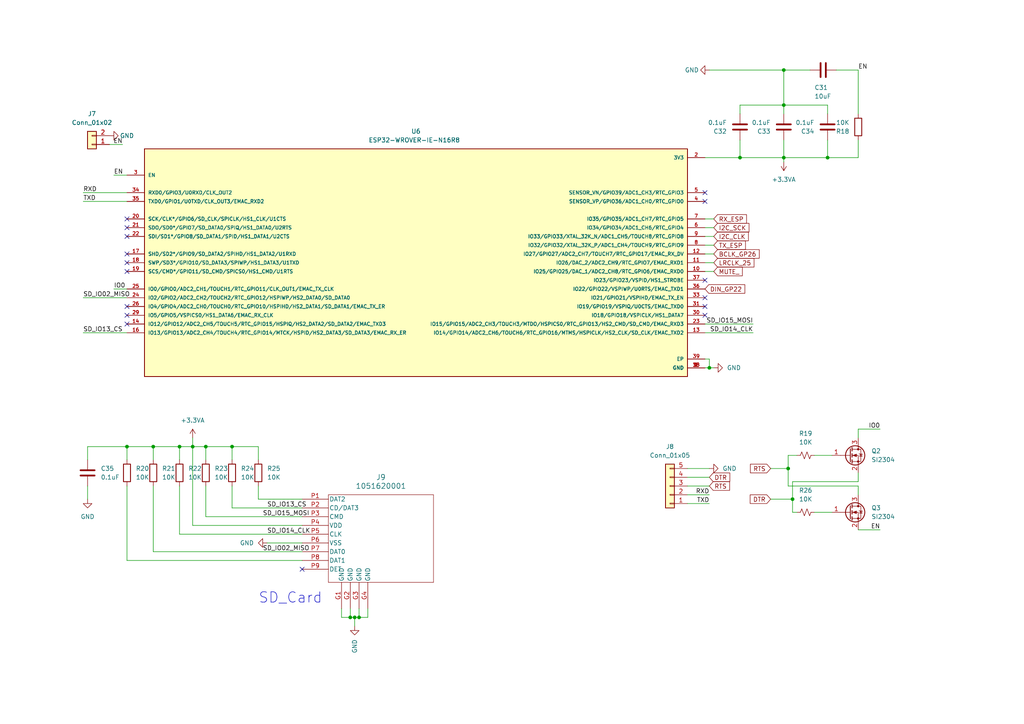
<source format=kicad_sch>
(kicad_sch (version 20230121) (generator eeschema)
  (paper "A4")
  (lib_symbols
    (symbol "Connector_Generic:Conn_01x02" (pin_names (offset 1.016) hide)
      (property "Reference" "J" (at 0 2.54 0))
      (property "Value" "Conn_01x02" (at 0 -5.08 0))
      (symbol "Conn_01x02_1_1"
        (rectangle (start -1.27 -2.413) (end 0 -2.667) (stroke (width 0.1524)))
        (rectangle (start -1.27 0.127) (end 0 -0.127) (stroke (width 0.1524)))
        (rectangle (start -1.27 1.27) (end 1.27 -3.81) (stroke (width 0.254)) (fill (type background)))
        (pin passive line (at -5.08 0 0) (length 3.81) (name "Pin_1") (number "1"))
        (pin passive line (at -5.08 -2.54 0) (length 3.81) (name "Pin_2") (number "2"))
      )
    )
    (symbol "Connector_Generic:Conn_01x05" (pin_names (offset 1.016) hide)
      (property "Reference" "J" (at 0 7.62 0))
      (property "Value" "Conn_01x05" (at 0 -7.62 0))
      (symbol "Conn_01x05_1_1"
        (rectangle (start -1.27 -4.953) (end 0 -5.207) (stroke (width 0.1524)))
        (rectangle (start -1.27 -2.413) (end 0 -2.667) (stroke (width 0.1524)))
        (rectangle (start -1.27 0.127) (end 0 -0.127) (stroke (width 0.1524)))
        (rectangle (start -1.27 2.667) (end 0 2.413) (stroke (width 0.1524)))
        (rectangle (start -1.27 5.207) (end 0 4.953) (stroke (width 0.1524)))
        (rectangle (start -1.27 6.35) (end 1.27 -6.35) (stroke (width 0.254)) (fill (type background)))
        (pin passive line (at -5.08 5.08 0) (length 3.81) (name "Pin_1") (number "1"))
        (pin passive line (at -5.08 2.54 0) (length 3.81) (name "Pin_2") (number "2"))
        (pin passive line (at -5.08 0 0) (length 3.81) (name "Pin_3") (number "3"))
        (pin passive line (at -5.08 -2.54 0) (length 3.81) (name "Pin_4") (number "4"))
        (pin passive line (at -5.08 -5.08 0) (length 3.81) (name "Pin_5") (number "5"))
      )
    )
    (symbol "Device:C" (pin_numbers hide) (pin_names (offset 0.254))
      (property "Reference" "C" (at 0.635 2.54 0))
      (property "Value" "C" (at 0.635 -2.54 0))
      (symbol "C_0_1"
        (polyline (pts (xy -2.032 -0.762) (xy 2.032 -0.762)) (stroke (width 0.508)))
        (polyline (pts (xy -2.032 0.762) (xy 2.032 0.762)) (stroke (width 0.508)))
      )
      (symbol "C_1_1"
        (pin passive line (at 0 3.81 270) (length 2.794) (name "~") (number "1"))
        (pin passive line (at 0 -3.81 90) (length 2.794) (name "~") (number "2"))
      )
    )
    (symbol "Device:Q_NMOS_GSD" (pin_names (offset 0) hide)
      (property "Reference" "Q" (at 5.08 1.27 0))
      (property "Value" "Q_NMOS_GSD" (at 5.08 -1.27 0))
      (symbol "Q_NMOS_GSD_0_1"
        (polyline (pts (xy 0.254 0) (xy -2.54 0)))
        (polyline (pts (xy 0.254 1.905) (xy 0.254 -1.905)) (stroke (width 0.254)))
        (polyline (pts (xy 0.762 -1.27) (xy 0.762 -2.286)) (stroke (width 0.254)))
        (polyline (pts (xy 0.762 0.508) (xy 0.762 -0.508)) (stroke (width 0.254)))
        (polyline (pts (xy 0.762 2.286) (xy 0.762 1.27)) (stroke (width 0.254)))
        (polyline (pts (xy 2.54 2.54) (xy 2.54 1.778)))
        (polyline (pts (xy 2.54 -2.54) (xy 2.54 0) (xy 0.762 0)))
        (polyline (pts (xy 0.762 -1.778) (xy 3.302 -1.778) (xy 3.302 1.778) (xy 0.762 1.778)))
        (polyline (pts (xy 1.016 0) (xy 2.032 0.381) (xy 2.032 -0.381) (xy 1.016 0)) (fill (type outline)))
        (polyline (pts (xy 2.794 0.508) (xy 2.921 0.381) (xy 3.683 0.381) (xy 3.81 0.254)))
        (polyline (pts (xy 3.302 0.381) (xy 2.921 -0.254) (xy 3.683 -0.254) (xy 3.302 0.381)))
        (circle (center 1.651 0) (radius 2.794) (stroke (width 0.254)))
        (circle (center 2.54 -1.778) (radius 0.254) (fill (type outline)))
        (circle (center 2.54 1.778) (radius 0.254) (fill (type outline)))
      )
      (symbol "Q_NMOS_GSD_1_1"
        (pin input line (at -5.08 0 0) (length 2.54) (name "G") (number "1"))
        (pin passive line (at 2.54 -5.08 90) (length 2.54) (name "S") (number "2"))
        (pin passive line (at 2.54 5.08 270) (length 2.54) (name "D") (number "3"))
      )
    )
    (symbol "Device:R" (pin_numbers hide) (pin_names (offset 0))
      (property "Reference" "R" (at 2.032 0 90))
      (property "Value" "R" (at 0 0 90))
      (symbol "R_0_1"
        (rectangle (start -1.016 -2.54) (end 1.016 2.54) (stroke (width 0.254)))
      )
      (symbol "R_1_1"
        (pin passive line (at 0 3.81 270) (length 1.27) (name "~") (number "1"))
        (pin passive line (at 0 -3.81 90) (length 1.27) (name "~") (number "2"))
      )
    )
    (symbol "Device:R_Small_US" (pin_numbers hide) (pin_names (offset 0.254) hide)
      (property "Reference" "R" (at 0.762 0.508 0))
      (property "Value" "R_Small_US" (at 0.762 -1.016 0))
      (symbol "R_Small_US_1_1"
        (polyline (pts (xy 0 0) (xy 1.016 -0.381) (xy 0 -0.762) (xy -1.016 -1.143) (xy 0 -1.524)))
        (polyline (pts (xy 0 1.524) (xy 1.016 1.143) (xy 0 0.762) (xy -1.016 0.381) (xy 0 0)))
        (pin passive line (at 0 2.54 270) (length 1.016) (name "~") (number "1"))
        (pin passive line (at 0 -2.54 90) (length 1.016) (name "~") (number "2"))
      )
    )
    (symbol "Dotworld:1051620001" (pin_names (offset 0.254))
      (property "Reference" "J7" (at 22.86 10.16 0))
      (property "Value" "1051620001" (at 22.86 7.62 0))
      (symbol "1051620001_0_1"
        (polyline (pts (xy 7.62 -20.32) (xy 38.1 -20.32)) (stroke (width 0.127)))
        (polyline (pts (xy 7.62 5.08) (xy 7.62 -20.32)) (stroke (width 0.127)))
        (polyline (pts (xy 38.1 -20.32) (xy 38.1 5.08)) (stroke (width 0.127)))
        (polyline (pts (xy 38.1 5.08) (xy 7.62 5.08)) (stroke (width 0.127)))
        (pin power_out line (at 11.43 -27.94 90) (length 7.62) (name "GND") (number "G1"))
        (pin power_out line (at 13.97 -27.94 90) (length 7.62) (name "GND") (number "G2"))
        (pin power_out line (at 16.51 -27.94 90) (length 7.62) (name "GND") (number "G3"))
        (pin power_out line (at 19.05 -27.94 90) (length 7.62) (name "GND") (number "G4"))
        (pin bidirectional line (at 0 3.81 0) (length 7.62) (name "DAT2") (number "P1"))
        (pin unspecified line (at 0 1.27 0) (length 7.62) (name "CD/DAT3") (number "P2"))
        (pin unspecified line (at 0 -1.27 0) (length 7.62) (name "CMD") (number "P3"))
        (pin power_in line (at 0 -3.81 0) (length 7.62) (name "VDD") (number "P4"))
        (pin unspecified line (at 0 -6.35 0) (length 7.62) (name "CLK") (number "P5"))
        (pin power_out line (at 0 -8.89 0) (length 7.62) (name "VSS") (number "P6"))
        (pin bidirectional line (at 0 -11.43 0) (length 7.62) (name "DAT0") (number "P7"))
        (pin bidirectional line (at 0 -13.97 0) (length 7.62) (name "DAT1") (number "P8"))
        (pin unspecified line (at 0 -16.51 0) (length 7.62) (name "DET") (number "P9"))
      )
    )
    (symbol "Dotworld:ESP32-WROVER" (pin_names (offset 1.016))
      (property "Reference" "U9" (at 0 38.1 0))
      (property "Value" "ESP32-WROVER" (at 0 35.56 0))
      (symbol "ESP32-WROVER_0_0"
        (rectangle (start -101.6 33.02) (end 55.88 -33.02) (stroke (width 0.254)) (fill (type background)))
        (pin power_in line (at 60.96 -30.48 180) (length 5.08) (name "GND") (number "1"))
        (pin bidirectional line (at 60.96 -2.54 180) (length 5.08) (name "IO25/GPIO25/DAC_1/ADC2_CH8/RTC_GPIO6/EMAC_RXD0") (number "10"))
        (pin bidirectional line (at 60.96 0 180) (length 5.08) (name "IO26/DAC_2/ADC2_CH9/RTC_GPIO7/EMAC_RXD1") (number "11"))
        (pin bidirectional line (at 60.96 2.54 180) (length 5.08) (name "IO27/GPIO27/ADC2_CH7/TOUCH7/RTC_GPIO17/EMAC_RX_DV") (number "12"))
        (pin bidirectional line (at 60.96 -20.32 180) (length 5.08) (name "IO14/GPIO14/ADC2_CH6/TOUCH6/RTC_GPIO16/MTMS/HSPICLK/HS2_CLK/SD_CLK/EMAC_TXD2") (number "13"))
        (pin bidirectional line (at -106.68 -17.78 0) (length 5.08) (name "IO12/GPIO12/ADC2_CH5/TOUCH5/RTC_GPIO15/HSPIQ/HS2_DATA2/SD_DATA2/EMAC_TXD3") (number "14"))
        (pin power_in line (at 60.96 -30.48 180) (length 5.08) (name "GND") (number "15"))
        (pin bidirectional line (at -106.68 -20.32 0) (length 5.08) (name "IO13/GPIO13/ADC2_CH4/TOUCH4/RTC_GPIO14/MTCK/HSPID/HS2_DATA3/SD_DATA3/EMAC_RX_ER") (number "16"))
        (pin bidirectional line (at -106.68 2.54 0) (length 5.08) (name "SHD/SD2*/GPIO9/SD_DATA2/SPIHD/HS1_DATA2/U1RXD") (number "17"))
        (pin bidirectional line (at -106.68 0 0) (length 5.08) (name "SWP/SD3*/GPIO10/SD_DATA3/SPIWP/HS1_DATA3/U1TXD") (number "18"))
        (pin bidirectional line (at -106.68 -2.54 0) (length 5.08) (name "SCS/CMD*/GPIO11/SD_CMD/SPICS0/HS1_CMD/U1RTS") (number "19"))
        (pin power_in line (at 60.96 30.48 180) (length 5.08) (name "3V3") (number "2"))
        (pin bidirectional line (at -106.68 12.7 0) (length 5.08) (name "SCK/CLK*/GPIO6/SD_CLK/SPICLK/HS1_CLK/U1CTS") (number "20"))
        (pin bidirectional line (at -106.68 10.16 0) (length 5.08) (name "SDO/SD0*/GPIO7/SD_DATA0/SPIQ/HS1_DATA0/U2RTS") (number "21"))
        (pin bidirectional line (at -106.68 7.62 0) (length 5.08) (name "SDI/SD1*/GPIO8/SD_DATA1/SPID/HS1_DATA1/U2CTS") (number "22"))
        (pin bidirectional line (at 60.96 -17.78 180) (length 5.08) (name "IO15/GPIO15/ADC2_CH3/TOUCH3/MTDO/HSPICS0/RTC_GPIO13/HS2_CMD/SD_CMD/EMAC_RXD3") (number "23"))
        (pin bidirectional line (at -106.68 -10.16 0) (length 5.08) (name "IO2/GPIO2/ADC2_CH2/TOUCH2/RTC_GPIO12/HSPIWP/HS2_DATA0/SD_DATA0") (number "24"))
        (pin bidirectional line (at -106.68 -7.62 0) (length 5.08) (name "IO0/GPIO0/ADC2_CH1/TOUCH1/RTC_GPIO11/CLK_OUT1/EMAC_TX_CLK") (number "25"))
        (pin bidirectional line (at -106.68 -12.7 0) (length 5.08) (name "IO4/GPIO4/ADC2_CH0/TOUCH0/RTC_GPIO10/HSPIHD/HS2_DATA1/SD_DATA1/EMAC_TX_ER") (number "26"))
        (pin bidirectional line (at -106.68 -15.24 0) (length 5.08) (name "IO5/GPIO5/VSPICS0/HS1_DATA6/EMAC_RX_CLK") (number "29"))
        (pin input line (at -106.68 25.4 0) (length 5.08) (name "EN") (number "3"))
        (pin bidirectional line (at 60.96 -15.24 180) (length 5.08) (name "IO18/GPIO18/VSPICLK/HS1_DATA7") (number "30"))
        (pin bidirectional line (at 60.96 -12.7 180) (length 5.08) (name "IO19/GPIO19/VSPIQ/U0CTS/EMAC_TXD0") (number "31"))
        (pin bidirectional line (at 60.96 -10.16 180) (length 5.08) (name "IO21/GPIO21/VSPIHD/EMAC_TX_EN") (number "33"))
        (pin bidirectional line (at -106.68 20.32 0) (length 5.08) (name "RXD0/GPIO3/U0RXD/CLK_OUT2") (number "34"))
        (pin bidirectional line (at -106.68 17.78 0) (length 5.08) (name "TXD0/GPIO1/U0TXD/CLK_OUT3/EMAC_RXD2") (number "35"))
        (pin bidirectional line (at 60.96 -7.62 180) (length 5.08) (name "IO22/GPIO22/VSPIWP/U0RTS/EMAC_TXD1") (number "36"))
        (pin bidirectional line (at 60.96 -5.08 180) (length 5.08) (name "IO23/GPIO23/VSPID/HS1_STROBE") (number "37"))
        (pin power_in line (at 60.96 -30.48 180) (length 5.08) (name "GND") (number "38"))
        (pin power_in line (at 60.96 -27.94 180) (length 5.08) (name "EP") (number "39"))
        (pin bidirectional line (at 60.96 17.78 180) (length 5.08) (name "SENSOR_VP/GPIO36/ADC1_CH0/RTC_GPIO0") (number "4"))
        (pin bidirectional line (at 60.96 20.32 180) (length 5.08) (name "SENSOR_VN/GPIO39/ADC1_CH3/RTC_GPIO3") (number "5"))
        (pin bidirectional line (at 60.96 10.16 180) (length 5.08) (name "IO34/GPIO34/ADC1_CH6/RTC_GPIO4") (number "6"))
        (pin bidirectional line (at 60.96 12.7 180) (length 5.08) (name "IO35/GPIO35/ADC1_CH7/RTC_GPIO5") (number "7"))
        (pin bidirectional line (at 60.96 5.08 180) (length 5.08) (name "IO32/GPIO32/XTAL_32K_P/ADC1_CH4/TOUCH9/RTC_GPIO9") (number "8"))
        (pin bidirectional line (at 60.96 7.62 180) (length 5.08) (name "IO33/GPIO33/XTAL_32K_N/ADC1_CH5/TOUCH8/RTC_GPIO8") (number "9"))
      )
    )
    (symbol "power:+3.3VA" (power) (pin_names (offset 0))
      (property "Value" "+3.3VA" (at 0 3.556 0))
      (symbol "+3.3VA_0_1"
        (polyline (pts (xy -0.762 1.27) (xy 0 2.54)))
        (polyline (pts (xy 0 0) (xy 0 2.54)))
        (polyline (pts (xy 0 2.54) (xy 0.762 1.27)))
      )
      (symbol "+3.3VA_1_1"
        (pin power_in line (at 0 0 90) (length 0) hide (name "+3.3VA") (number "1"))
      )
    )
    (symbol "power:GND" (power) (pin_names (offset 0))
      (property "Value" "GND" (at 0 -3.81 0))
      (symbol "GND_0_1"
        (polyline (pts (xy 0 0) (xy 0 -1.27) (xy 1.27 -1.27) (xy 0 -2.54) (xy -1.27 -1.27) (xy 0 -1.27)))
      )
      (symbol "GND_1_1"
        (pin power_in line (at 0 0 270) (length 0) hide (name "GND") (number "1"))
      )
    )
  )
  (junction (at 227.33 45.72))
  (junction (at 67.31 129.54))
  (junction (at 240.03 45.72))
  (junction (at 228.6 135.89))
  (junction (at 229.87 144.78))
  (junction (at 102.87 179.07))
  (junction (at 101.6 179.07))
  (junction (at 52.07 129.54))
  (junction (at 227.33 30.48))
  (junction (at 227.33 20.32))
  (junction (at 44.45 129.54))
  (junction (at 36.83 129.54))
  (junction (at 55.88 129.54))
  (junction (at 59.69 129.54))
  (junction (at 205.74 106.68))
  (junction (at 214.63 45.72))
  (junction (at 104.14 179.07))
  (no_connect (at 204.47 86.36))
  (no_connect (at 204.47 88.9))
  (no_connect (at 36.83 68.58))
  (no_connect (at 204.47 58.42))
  (no_connect (at 36.83 76.2))
  (no_connect (at 36.83 91.44))
  (no_connect (at 36.83 88.9))
  (no_connect (at 36.83 66.04))
  (no_connect (at 87.63 165.1))
  (no_connect (at 204.47 81.28))
  (no_connect (at 36.83 73.66))
  (no_connect (at 36.83 93.98))
  (no_connect (at 36.83 63.5))
  (no_connect (at 36.83 78.74))
  (no_connect (at 204.47 55.88))
  (no_connect (at 204.47 91.44))
  (wire (pts (xy 228.6 132.08) (xy 231.14 132.08)))
  (wire (pts (xy 55.88 127) (xy 55.88 129.54)))
  (wire (pts (xy 240.03 30.48) (xy 227.33 30.48)))
  (wire (pts (xy 207.01 76.2) (xy 204.47 76.2)))
  (wire (pts (xy 25.4 129.54) (xy 36.83 129.54)))
  (wire (pts (xy 67.31 140.97) (xy 67.31 147.32)))
  (wire (pts (xy 204.47 66.04) (xy 207.01 66.04)))
  (wire (pts (xy 248.92 140.97) (xy 228.6 140.97)))
  (wire (pts (xy 214.63 33.02) (xy 214.63 30.48)))
  (wire (pts (xy 214.63 45.72) (xy 204.47 45.72)))
  (wire (pts (xy 99.06 176.53) (xy 99.06 179.07)))
  (wire (pts (xy 59.69 149.86) (xy 87.63 149.86)))
  (wire (pts (xy 44.45 129.54) (xy 52.07 129.54)))
  (wire (pts (xy 205.74 104.14) (xy 205.74 106.68)))
  (wire (pts (xy 77.47 157.48) (xy 87.63 157.48)))
  (wire (pts (xy 55.88 152.4) (xy 55.88 129.54)))
  (wire (pts (xy 52.07 129.54) (xy 52.07 133.35)))
  (wire (pts (xy 248.92 124.46) (xy 255.27 124.46)))
  (wire (pts (xy 227.33 33.02) (xy 227.33 30.48)))
  (wire (pts (xy 204.47 104.14) (xy 205.74 104.14)))
  (wire (pts (xy 199.39 140.97) (xy 205.74 140.97)))
  (wire (pts (xy 204.47 106.68) (xy 205.74 106.68)))
  (wire (pts (xy 205.74 106.68) (xy 207.01 106.68)))
  (wire (pts (xy 204.47 68.58) (xy 207.01 68.58)))
  (wire (pts (xy 87.63 152.4) (xy 55.88 152.4)))
  (wire (pts (xy 229.87 144.78) (xy 229.87 148.59)))
  (wire (pts (xy 227.33 45.72) (xy 214.63 45.72)))
  (wire (pts (xy 248.92 45.72) (xy 240.03 45.72)))
  (wire (pts (xy 207.01 78.74) (xy 204.47 78.74)))
  (wire (pts (xy 214.63 45.72) (xy 214.63 40.64)))
  (wire (pts (xy 24.13 86.36) (xy 36.83 86.36)))
  (wire (pts (xy 33.02 50.8) (xy 36.83 50.8)))
  (wire (pts (xy 52.07 154.94) (xy 87.63 154.94)))
  (wire (pts (xy 248.92 40.64) (xy 248.92 45.72)))
  (wire (pts (xy 248.92 20.32) (xy 248.92 33.02)))
  (wire (pts (xy 227.33 46.99) (xy 227.33 45.72)))
  (wire (pts (xy 44.45 129.54) (xy 44.45 133.35)))
  (wire (pts (xy 101.6 179.07) (xy 102.87 179.07)))
  (wire (pts (xy 24.13 96.52) (xy 36.83 96.52)))
  (wire (pts (xy 228.6 132.08) (xy 228.6 135.89)))
  (wire (pts (xy 248.92 143.51) (xy 248.92 140.97)))
  (wire (pts (xy 102.87 181.61) (xy 102.87 179.07)))
  (wire (pts (xy 25.4 140.97) (xy 25.4 144.78)))
  (wire (pts (xy 99.06 179.07) (xy 101.6 179.07)))
  (wire (pts (xy 24.13 58.42) (xy 36.83 58.42)))
  (wire (pts (xy 102.87 179.07) (xy 104.14 179.07)))
  (wire (pts (xy 36.83 162.56) (xy 87.63 162.56)))
  (wire (pts (xy 36.83 140.97) (xy 36.83 162.56)))
  (wire (pts (xy 227.33 20.32) (xy 205.74 20.32)))
  (wire (pts (xy 227.33 30.48) (xy 214.63 30.48)))
  (wire (pts (xy 240.03 45.72) (xy 227.33 45.72)))
  (wire (pts (xy 248.92 127) (xy 248.92 124.46)))
  (wire (pts (xy 240.03 33.02) (xy 240.03 30.48)))
  (wire (pts (xy 36.83 83.82) (xy 33.02 83.82)))
  (wire (pts (xy 199.39 138.43) (xy 205.74 138.43)))
  (wire (pts (xy 199.39 135.89) (xy 205.74 135.89)))
  (wire (pts (xy 228.6 135.89) (xy 228.6 140.97)))
  (wire (pts (xy 248.92 137.16) (xy 248.92 139.7)))
  (wire (pts (xy 59.69 129.54) (xy 67.31 129.54)))
  (wire (pts (xy 67.31 147.32) (xy 87.63 147.32)))
  (wire (pts (xy 59.69 140.97) (xy 59.69 149.86)))
  (wire (pts (xy 52.07 129.54) (xy 55.88 129.54)))
  (wire (pts (xy 229.87 148.59) (xy 231.14 148.59)))
  (wire (pts (xy 199.39 143.51) (xy 205.74 143.51)))
  (wire (pts (xy 104.14 179.07) (xy 106.68 179.07)))
  (wire (pts (xy 44.45 160.02) (xy 87.63 160.02)))
  (wire (pts (xy 218.44 93.98) (xy 204.47 93.98)))
  (wire (pts (xy 236.22 148.59) (xy 241.3 148.59)))
  (wire (pts (xy 227.33 20.32) (xy 227.33 30.48)))
  (wire (pts (xy 106.68 179.07) (xy 106.68 176.53)))
  (wire (pts (xy 240.03 45.72) (xy 240.03 40.64)))
  (wire (pts (xy 52.07 140.97) (xy 52.07 154.94)))
  (wire (pts (xy 31.75 41.91) (xy 35.56 41.91)))
  (wire (pts (xy 36.83 129.54) (xy 44.45 129.54)))
  (wire (pts (xy 223.52 135.89) (xy 228.6 135.89)))
  (wire (pts (xy 74.93 129.54) (xy 74.93 133.35)))
  (wire (pts (xy 242.57 20.32) (xy 248.92 20.32)))
  (wire (pts (xy 234.95 20.32) (xy 227.33 20.32)))
  (wire (pts (xy 25.4 133.35) (xy 25.4 129.54)))
  (wire (pts (xy 248.92 139.7) (xy 229.87 139.7)))
  (wire (pts (xy 59.69 129.54) (xy 59.69 133.35)))
  (wire (pts (xy 24.13 55.88) (xy 36.83 55.88)))
  (wire (pts (xy 248.92 153.67) (xy 255.27 153.67)))
  (wire (pts (xy 207.01 73.66) (xy 204.47 73.66)))
  (wire (pts (xy 199.39 146.05) (xy 205.74 146.05)))
  (wire (pts (xy 67.31 129.54) (xy 67.31 133.35)))
  (wire (pts (xy 44.45 140.97) (xy 44.45 160.02)))
  (wire (pts (xy 55.88 129.54) (xy 59.69 129.54)))
  (wire (pts (xy 74.93 144.78) (xy 87.63 144.78)))
  (wire (pts (xy 204.47 71.12) (xy 207.01 71.12)))
  (wire (pts (xy 104.14 176.53) (xy 104.14 179.07)))
  (wire (pts (xy 227.33 45.72) (xy 227.33 40.64)))
  (wire (pts (xy 36.83 133.35) (xy 36.83 129.54)))
  (wire (pts (xy 67.31 129.54) (xy 74.93 129.54)))
  (wire (pts (xy 101.6 176.53) (xy 101.6 179.07)))
  (wire (pts (xy 74.93 140.97) (xy 74.93 144.78)))
  (wire (pts (xy 236.22 132.08) (xy 241.3 132.08)))
  (wire (pts (xy 218.44 96.52) (xy 204.47 96.52)))
  (wire (pts (xy 204.47 63.5) (xy 207.01 63.5)))
  (wire (pts (xy 223.52 144.78) (xy 229.87 144.78)))
  (wire (pts (xy 229.87 139.7) (xy 229.87 144.78)))
  (text "SD_Card" (at 74.93 175.26 0) (effects (font (size 3 3)) (justify left bottom)))
  (label "SD_IO02_MISO" (at 76.2 160.02 0))
  (label "RXD" (at 24.13 55.88 0))
  (label "SD_IO15_MOSI" (at 218.44 93.98 180))
  (label "SD_IO13_CS" (at 24.13 96.52 0))
  (label "IO0" (at 33.02 83.82 0))
  (label "TXD" (at 24.13 58.42 0))
  (label "SD_IO14_CLK" (at 77.47 154.94 0))
  (label "TXD" (at 205.74 146.05 180))
  (label "RXD" (at 205.74 143.51 180))
  (label "IO0" (at 255.27 124.46 180))
  (label "EN" (at 35.56 41.91 180))
  (label "SD_IO15_MOSI" (at 76.2 149.86 0))
  (label "SD_IO14_CLK" (at 218.44 96.52 180))
  (label "SD_IO13_CS" (at 77.47 147.32 0))
  (label "EN" (at 248.92 20.32 0))
  (label "EN" (at 255.27 153.67 180))
  (label "SD_IO02_MISO" (at 24.13 86.36 0))
  (label "EN" (at 33.02 50.8 0))
  (global_label "DTR" (shape input) (at 205.74 138.43 0) (property "Intersheetrefs" "${INTERSHEET_REFS}" (effects hide)))
  (global_label "RTS" (shape input) (at 205.74 140.97 0) (property "Intersheetrefs" "${INTERSHEET_REFS}" (effects hide)))
  (global_label "MUTE_" (shape input) (at 207.01 78.74 0) (property "Intersheetrefs" "${INTERSHEET_REFS}" (effects hide)))
  (global_label "DIN_GP22" (shape input) (at 204.47 83.82 0) (property "Intersheetrefs" "${INTERSHEET_REFS}" (effects hide)))
  (global_label "I2C_SCK" (shape input) (at 207.01 66.04 0) (property "Intersheetrefs" "${INTERSHEET_REFS}" (effects hide)))
  (global_label "I2C_CLK" (shape input) (at 207.01 68.58 0) (property "Intersheetrefs" "${INTERSHEET_REFS}" (effects hide)))
  (global_label "RTS" (shape input) (at 223.52 135.89 180) (property "Intersheetrefs" "${INTERSHEET_REFS}" (effects hide)))
  (global_label "RX_ESP" (shape input) (at 207.01 63.5 0) (property "Intersheetrefs" "${INTERSHEET_REFS}" (effects hide)))
  (global_label "BCLK_GP26" (shape input) (at 207.01 73.66 0) (property "Intersheetrefs" "${INTERSHEET_REFS}" (effects hide)))
  (global_label "LRCLK_25" (shape input) (at 207.01 76.2 0) (property "Intersheetrefs" "${INTERSHEET_REFS}" (effects hide)))
  (global_label "DTR" (shape input) (at 223.52 144.78 180) (property "Intersheetrefs" "${INTERSHEET_REFS}" (effects hide)))
  (global_label "TX_ESP" (shape input) (at 207.01 71.12 0) (property "Intersheetrefs" "${INTERSHEET_REFS}" (effects hide)))
  (symbol (lib_id "Device:R") (at 52.07 137.16 0) (unit 1)
    (property "Reference" "R22" (at 54.61 135.89 0) (effects (justify left)))
    (property "Value" "10K" (at 54.61 138.43 0) (effects (justify left)))
    (property "Footprint" "Resistor_SMD:R_0402_1005Metric" (effects hide))
  )
  (symbol (lib_id "power:+3.3VA") (at 227.33 46.99 180) (unit 1)
    (property "Reference" "#PWR046" (effects hide))
    (property "Value" "+3.3VA" (at 227.33 52.07 0))
  )
  (symbol (lib_id "Device:R") (at 67.31 137.16 0) (unit 1)
    (property "Reference" "R24" (at 69.85 135.89 0) (effects (justify left)))
    (property "Value" "10K" (at 69.85 138.43 0) (effects (justify left)))
    (property "Footprint" "Resistor_SMD:R_0402_1005Metric" (effects hide))
  )
  (symbol (lib_id "Device:Q_NMOS_GSD") (at 246.38 132.08 0) (unit 1)
    (property "Reference" "Q2" (at 252.73 130.81 0) (effects (justify left)))
    (property "Value" "SI2304" (at 252.73 133.35 0) (effects (justify left)))
    (property "Footprint" "Package_TO_SOT_SMD:SOT-23" (effects hide))
    (property "Part No" "SI2304DDS-T1-GE3" (effects hide))
  )
  (symbol (lib_id "Device:R_Small_US") (at 233.68 132.08 90) (unit 1)
    (property "Reference" "R19" (at 233.68 125.73 90))
    (property "Value" "10K" (at 233.68 128.27 90))
    (property "Footprint" "Resistor_SMD:R_0402_1005Metric" (effects hide))
    (property "Part No" "RC0603JR-0710KL" (effects hide))
  )
  (symbol (lib_id "Device:R") (at 248.92 36.83 180) (unit 1)
    (property "Reference" "R18" (at 246.38 38.1 0) (effects (justify left)))
    (property "Value" "10K" (at 246.38 35.56 0) (effects (justify left)))
    (property "Footprint" "Resistor_SMD:R_0402_1005Metric" (effects hide))
  )
  (symbol (lib_id "Device:R") (at 59.69 137.16 0) (unit 1)
    (property "Reference" "R23" (at 62.23 135.89 0) (effects (justify left)))
    (property "Value" "10K" (at 62.23 138.43 0) (effects (justify left)))
    (property "Footprint" "Resistor_SMD:R_0402_1005Metric" (effects hide))
  )
  (symbol (lib_id "Device:C") (at 240.03 36.83 180) (unit 1)
    (property "Reference" "C34" (at 236.22 38.1 0) (effects (justify left)))
    (property "Value" "0.1uF" (at 236.22 35.56 0) (effects (justify left)))
    (property "Footprint" "Capacitor_SMD:C_0603_1608Metric" (effects hide))
  )
  (symbol (lib_id "Dotworld:ESP32-WROVER") (at 143.51 76.2 0) (unit 1)
    (property "Reference" "U6" (at 120.65 38.1 0))
    (property "Value" "ESP32-WROVER-IE-N16R8 " (at 120.65 40.64 0))
    (property "Footprint" "Dotworld:XCVR_ESP32-WROVER" (effects hide))
    (property "MF" "Espressif Systems" (effects hide))
    (property "MAXIMUM_PACKAGE_HEIGHT" "3.4mm" (effects hide))
    (property "Package" "None" (effects hide))
    (property "Price" "None" (effects hide))
    (property "Check_prices" "https://www.snapeda.com/parts/ESP32-WROVER/Espressif+Systems/view-part/?ref=eda" (effects hide))
    (property "STANDARD" "Manufacturer Recommendations" (effects hide))
    (property "PARTREV" "2.2" (effects hide))
    (property "SnapEDA_Link" "https://www.snapeda.com/parts/ESP32-WROVER/Espressif+Systems/view-part/?ref=snap" (effects hide))
    (property "MP" "ESP32-WROVER" (effects hide))
    (property "Description" "\nBluetooth, WiFi 802.11b/g/n, Bluetooth v4.2 +EDR, Class 1, 2 and 3 Transceiver Module 2.4GHz ~ 2.5GHz Antenna Not Included, I-PEX Surface Mount\n" (effects hide))
    (property "Availability" "In Stock" (effects hide))
    (property "MANUFACTURER" "Espressif Systems" (effects hide))
  )
  (symbol (lib_id "power:GND") (at 205.74 20.32 270) (unit 1)
    (property "Reference" "#PWR044" (effects hide))
    (property "Value" "GND" (at 200.66 20.32 90))
  )
  (symbol (lib_id "Dotworld:1051620001") (at 87.63 148.59 0) (unit 1)
    (property "Reference" "J9" (at 110.49 138.43 0) (effects (font (size 1.524 1.524))))
    (property "Value" "1051620001" (at 110.49 140.97 0) (effects (font (size 1.524 1.524))))
    (property "Footprint" "Dotworld:105162-0001_MOL" (effects hide))
    (property "Datasheet" "1051620001" (effects hide))
  )
  (symbol (lib_id "power:GND") (at 31.75 39.37 90) (unit 1)
    (property "Reference" "#PWR045" (effects hide))
    (property "Value" "GND" (at 36.83 39.37 90))
  )
  (symbol (lib_id "Device:C") (at 214.63 36.83 180) (unit 1)
    (property "Reference" "C32" (at 210.82 38.1 0) (effects (justify left)))
    (property "Value" "0.1uF" (at 210.82 35.56 0) (effects (justify left)))
    (property "Footprint" "Capacitor_SMD:C_0603_1608Metric" (effects hide))
  )
  (symbol (lib_id "Device:C") (at 25.4 137.16 0) (unit 1)
    (property "Reference" "C35" (at 29.21 135.89 0) (effects (justify left)))
    (property "Value" "0.1uF" (at 29.21 138.43 0) (effects (justify left)))
    (property "Footprint" "Capacitor_SMD:C_0603_1608Metric" (effects hide))
  )
  (symbol (lib_id "Device:R") (at 74.93 137.16 0) (unit 1)
    (property "Reference" "R25" (at 77.47 135.89 0) (effects (justify left)))
    (property "Value" "10K" (at 77.47 138.43 0) (effects (justify left)))
    (property "Footprint" "Resistor_SMD:R_0402_1005Metric" (effects hide))
  )
  (symbol (lib_id "Connector_Generic:Conn_01x02") (at 26.67 41.91 180) (unit 1)
    (property "Reference" "J7" (at 26.67 33.02 0))
    (property "Value" "Conn_01x02" (at 26.67 35.56 0))
    (property "Footprint" "Connector_PinHeader_1.27mm:PinHeader_1x02_P1.27mm_Vertical" (effects hide))
  )
  (symbol (lib_id "Device:R_Small_US") (at 233.68 148.59 90) (unit 1)
    (property "Reference" "R26" (at 233.68 142.24 90))
    (property "Value" "10K" (at 233.68 144.78 90))
    (property "Footprint" "Resistor_SMD:R_0402_1005Metric" (effects hide))
    (property "Part No" "RC0603JR-0710KL" (effects hide))
  )
  (symbol (lib_id "power:GND") (at 77.47 157.48 270) (unit 1)
    (property "Reference" "#PWR051" (effects hide))
    (property "Value" "GND" (at 73.66 157.48 90) (effects (justify right)))
  )
  (symbol (lib_id "Device:C") (at 238.76 20.32 270) (unit 1)
    (property "Reference" "C31" (at 236.22 25.4 90) (effects (justify left)))
    (property "Value" "10uF" (at 236.22 27.94 90) (effects (justify left)))
    (property "Footprint" "Capacitor_SMD:C_0603_1608Metric" (effects hide))
  )
  (symbol (lib_id "Device:Q_NMOS_GSD") (at 246.38 148.59 0) (unit 1)
    (property "Reference" "Q3" (at 252.73 147.32 0) (effects (justify left)))
    (property "Value" "SI2304" (at 252.73 149.86 0) (effects (justify left)))
    (property "Footprint" "Package_TO_SOT_SMD:SOT-23" (effects hide))
    (property "Part No" "SI2304DDS-T1-GE3" (effects hide))
  )
  (symbol (lib_id "Connector_Generic:Conn_01x05") (at 194.31 140.97 180) (unit 1)
    (property "Reference" "J8" (at 194.31 129.54 0))
    (property "Value" "Conn_01x05" (at 194.31 132.08 0))
    (property "Footprint" "Connector_JST:JST_PH_B5B-PH-K_1x05_P2.00mm_Vertical" (effects hide))
  )
  (symbol (lib_id "Device:R") (at 36.83 137.16 0) (unit 1)
    (property "Reference" "R20" (at 39.37 135.89 0) (effects (justify left)))
    (property "Value" "10K" (at 39.37 138.43 0) (effects (justify left)))
    (property "Footprint" "Resistor_SMD:R_0402_1005Metric" (effects hide))
  )
  (symbol (lib_id "Device:R") (at 44.45 137.16 0) (unit 1)
    (property "Reference" "R21" (at 46.99 135.89 0) (effects (justify left)))
    (property "Value" "10K" (at 46.99 138.43 0) (effects (justify left)))
    (property "Footprint" "Resistor_SMD:R_0402_1005Metric" (effects hide))
  )
  (symbol (lib_id "power:GND") (at 207.01 106.68 90) (unit 1)
    (property "Reference" "#PWR047" (effects hide))
    (property "Value" "GND" (at 210.82 106.68 90) (effects (justify right)))
  )
  (symbol (lib_id "power:GND") (at 205.74 135.89 90) (unit 1)
    (property "Reference" "#PWR049" (effects hide))
    (property "Value" "GND" (at 209.55 135.89 90) (effects (justify right)))
  )
  (symbol (lib_id "Device:C") (at 227.33 36.83 180) (unit 1)
    (property "Reference" "C33" (at 223.52 38.1 0) (effects (justify left)))
    (property "Value" "0.1uF" (at 223.52 35.56 0) (effects (justify left)))
    (property "Footprint" "Capacitor_SMD:C_0603_1608Metric" (effects hide))
  )
  (symbol (lib_id "power:GND") (at 102.87 181.61 0) (unit 1)
    (property "Reference" "#PWR052" (effects hide))
    (property "Value" "GND" (at 102.87 185.42 90) (effects (justify right)))
  )
  (symbol (lib_id "power:+3.3VA") (at 55.88 127 0) (unit 1)
    (property "Reference" "#PWR048" (effects hide))
    (property "Value" "+3.3VA" (at 55.88 121.92 0))
  )
  (symbol (lib_id "power:GND") (at 25.4 144.78 0) (unit 1)
    (property "Reference" "#PWR050" (effects hide))
    (property "Value" "GND" (at 25.4 149.86 0))
  )
)
</source>
